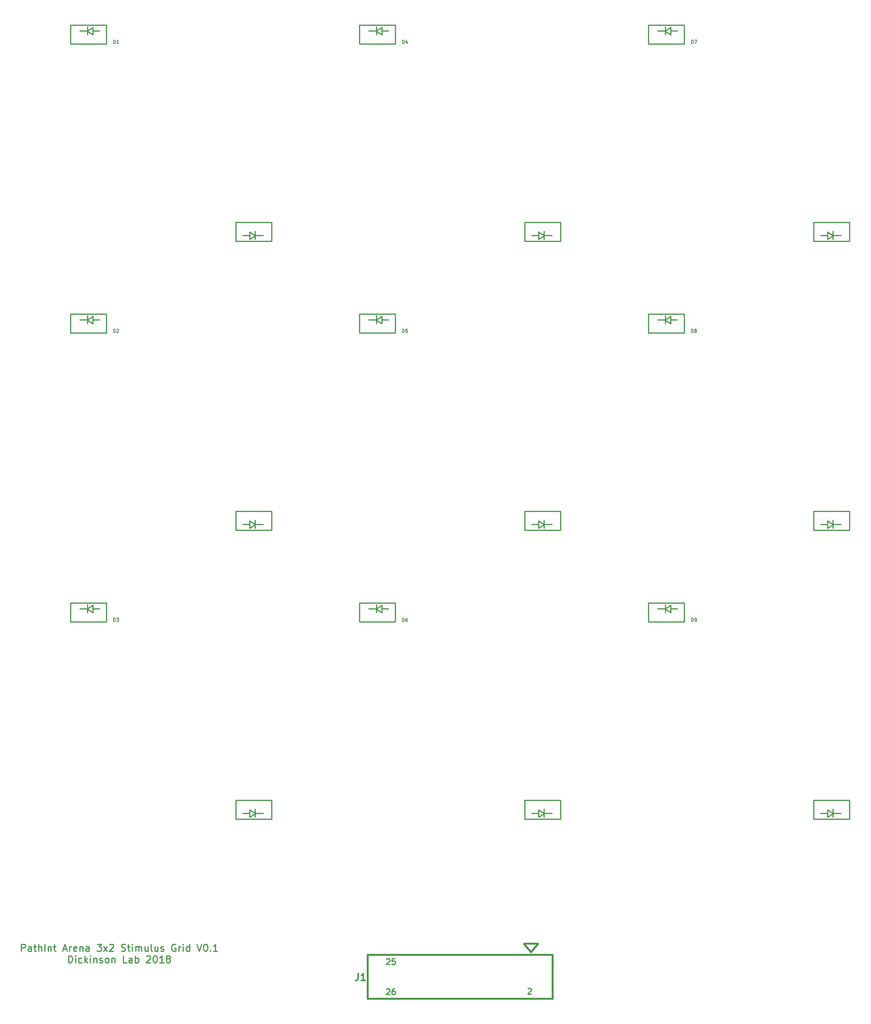
<source format=gbr>
G04 #@! TF.FileFunction,Legend,Top*
%FSLAX46Y46*%
G04 Gerber Fmt 4.6, Leading zero omitted, Abs format (unit mm)*
G04 Created by KiCad (PCBNEW 4.0.7-e2-6376~58~ubuntu16.04.1) date Wed Nov 28 15:41:44 2018*
%MOMM*%
%LPD*%
G01*
G04 APERTURE LIST*
%ADD10C,0.100000*%
%ADD11C,0.254000*%
%ADD12C,0.381000*%
%ADD13C,0.304800*%
%ADD14C,0.177800*%
G04 APERTURE END LIST*
D10*
D11*
X55952571Y-268659429D02*
X55952571Y-267135429D01*
X56533143Y-267135429D01*
X56678285Y-267208000D01*
X56750857Y-267280571D01*
X56823428Y-267425714D01*
X56823428Y-267643429D01*
X56750857Y-267788571D01*
X56678285Y-267861143D01*
X56533143Y-267933714D01*
X55952571Y-267933714D01*
X58129714Y-268659429D02*
X58129714Y-267861143D01*
X58057143Y-267716000D01*
X57912000Y-267643429D01*
X57621714Y-267643429D01*
X57476571Y-267716000D01*
X58129714Y-268586857D02*
X57984571Y-268659429D01*
X57621714Y-268659429D01*
X57476571Y-268586857D01*
X57404000Y-268441714D01*
X57404000Y-268296571D01*
X57476571Y-268151429D01*
X57621714Y-268078857D01*
X57984571Y-268078857D01*
X58129714Y-268006286D01*
X58637714Y-267643429D02*
X59218285Y-267643429D01*
X58855428Y-267135429D02*
X58855428Y-268441714D01*
X58928000Y-268586857D01*
X59073142Y-268659429D01*
X59218285Y-268659429D01*
X59726285Y-268659429D02*
X59726285Y-267135429D01*
X60379428Y-268659429D02*
X60379428Y-267861143D01*
X60306857Y-267716000D01*
X60161714Y-267643429D01*
X59943999Y-267643429D01*
X59798857Y-267716000D01*
X59726285Y-267788571D01*
X61105142Y-268659429D02*
X61105142Y-267135429D01*
X61830856Y-267643429D02*
X61830856Y-268659429D01*
X61830856Y-267788571D02*
X61903428Y-267716000D01*
X62048570Y-267643429D01*
X62266285Y-267643429D01*
X62411428Y-267716000D01*
X62483999Y-267861143D01*
X62483999Y-268659429D01*
X62991999Y-267643429D02*
X63572570Y-267643429D01*
X63209713Y-267135429D02*
X63209713Y-268441714D01*
X63282285Y-268586857D01*
X63427427Y-268659429D01*
X63572570Y-268659429D01*
X65169142Y-268224000D02*
X65894856Y-268224000D01*
X65023999Y-268659429D02*
X65531999Y-267135429D01*
X66039999Y-268659429D01*
X66547999Y-268659429D02*
X66547999Y-267643429D01*
X66547999Y-267933714D02*
X66620571Y-267788571D01*
X66693142Y-267716000D01*
X66838285Y-267643429D01*
X66983428Y-267643429D01*
X68072000Y-268586857D02*
X67926857Y-268659429D01*
X67636571Y-268659429D01*
X67491428Y-268586857D01*
X67418857Y-268441714D01*
X67418857Y-267861143D01*
X67491428Y-267716000D01*
X67636571Y-267643429D01*
X67926857Y-267643429D01*
X68072000Y-267716000D01*
X68144571Y-267861143D01*
X68144571Y-268006286D01*
X67418857Y-268151429D01*
X68797714Y-267643429D02*
X68797714Y-268659429D01*
X68797714Y-267788571D02*
X68870286Y-267716000D01*
X69015428Y-267643429D01*
X69233143Y-267643429D01*
X69378286Y-267716000D01*
X69450857Y-267861143D01*
X69450857Y-268659429D01*
X70829714Y-268659429D02*
X70829714Y-267861143D01*
X70757143Y-267716000D01*
X70612000Y-267643429D01*
X70321714Y-267643429D01*
X70176571Y-267716000D01*
X70829714Y-268586857D02*
X70684571Y-268659429D01*
X70321714Y-268659429D01*
X70176571Y-268586857D01*
X70104000Y-268441714D01*
X70104000Y-268296571D01*
X70176571Y-268151429D01*
X70321714Y-268078857D01*
X70684571Y-268078857D01*
X70829714Y-268006286D01*
X72571428Y-267135429D02*
X73514857Y-267135429D01*
X73006857Y-267716000D01*
X73224571Y-267716000D01*
X73369714Y-267788571D01*
X73442285Y-267861143D01*
X73514857Y-268006286D01*
X73514857Y-268369143D01*
X73442285Y-268514286D01*
X73369714Y-268586857D01*
X73224571Y-268659429D01*
X72789143Y-268659429D01*
X72644000Y-268586857D01*
X72571428Y-268514286D01*
X74022857Y-268659429D02*
X74821143Y-267643429D01*
X74022857Y-267643429D02*
X74821143Y-268659429D01*
X75329143Y-267280571D02*
X75401714Y-267208000D01*
X75546857Y-267135429D01*
X75909714Y-267135429D01*
X76054857Y-267208000D01*
X76127428Y-267280571D01*
X76200000Y-267425714D01*
X76200000Y-267570857D01*
X76127428Y-267788571D01*
X75256571Y-268659429D01*
X76200000Y-268659429D01*
X77941715Y-268586857D02*
X78159429Y-268659429D01*
X78522286Y-268659429D01*
X78667429Y-268586857D01*
X78740000Y-268514286D01*
X78812572Y-268369143D01*
X78812572Y-268224000D01*
X78740000Y-268078857D01*
X78667429Y-268006286D01*
X78522286Y-267933714D01*
X78232000Y-267861143D01*
X78086858Y-267788571D01*
X78014286Y-267716000D01*
X77941715Y-267570857D01*
X77941715Y-267425714D01*
X78014286Y-267280571D01*
X78086858Y-267208000D01*
X78232000Y-267135429D01*
X78594858Y-267135429D01*
X78812572Y-267208000D01*
X79248001Y-267643429D02*
X79828572Y-267643429D01*
X79465715Y-267135429D02*
X79465715Y-268441714D01*
X79538287Y-268586857D01*
X79683429Y-268659429D01*
X79828572Y-268659429D01*
X80336572Y-268659429D02*
X80336572Y-267643429D01*
X80336572Y-267135429D02*
X80264001Y-267208000D01*
X80336572Y-267280571D01*
X80409144Y-267208000D01*
X80336572Y-267135429D01*
X80336572Y-267280571D01*
X81062286Y-268659429D02*
X81062286Y-267643429D01*
X81062286Y-267788571D02*
X81134858Y-267716000D01*
X81280000Y-267643429D01*
X81497715Y-267643429D01*
X81642858Y-267716000D01*
X81715429Y-267861143D01*
X81715429Y-268659429D01*
X81715429Y-267861143D02*
X81788000Y-267716000D01*
X81933143Y-267643429D01*
X82150858Y-267643429D01*
X82296000Y-267716000D01*
X82368572Y-267861143D01*
X82368572Y-268659429D01*
X83747429Y-267643429D02*
X83747429Y-268659429D01*
X83094286Y-267643429D02*
X83094286Y-268441714D01*
X83166858Y-268586857D01*
X83312000Y-268659429D01*
X83529715Y-268659429D01*
X83674858Y-268586857D01*
X83747429Y-268514286D01*
X84690857Y-268659429D02*
X84545715Y-268586857D01*
X84473143Y-268441714D01*
X84473143Y-267135429D01*
X85924572Y-267643429D02*
X85924572Y-268659429D01*
X85271429Y-267643429D02*
X85271429Y-268441714D01*
X85344001Y-268586857D01*
X85489143Y-268659429D01*
X85706858Y-268659429D01*
X85852001Y-268586857D01*
X85924572Y-268514286D01*
X86577715Y-268586857D02*
X86722858Y-268659429D01*
X87013143Y-268659429D01*
X87158286Y-268586857D01*
X87230858Y-268441714D01*
X87230858Y-268369143D01*
X87158286Y-268224000D01*
X87013143Y-268151429D01*
X86795429Y-268151429D01*
X86650286Y-268078857D01*
X86577715Y-267933714D01*
X86577715Y-267861143D01*
X86650286Y-267716000D01*
X86795429Y-267643429D01*
X87013143Y-267643429D01*
X87158286Y-267716000D01*
X89843429Y-267208000D02*
X89698286Y-267135429D01*
X89480572Y-267135429D01*
X89262857Y-267208000D01*
X89117715Y-267353143D01*
X89045143Y-267498286D01*
X88972572Y-267788571D01*
X88972572Y-268006286D01*
X89045143Y-268296571D01*
X89117715Y-268441714D01*
X89262857Y-268586857D01*
X89480572Y-268659429D01*
X89625715Y-268659429D01*
X89843429Y-268586857D01*
X89916000Y-268514286D01*
X89916000Y-268006286D01*
X89625715Y-268006286D01*
X90569143Y-268659429D02*
X90569143Y-267643429D01*
X90569143Y-267933714D02*
X90641715Y-267788571D01*
X90714286Y-267716000D01*
X90859429Y-267643429D01*
X91004572Y-267643429D01*
X91512572Y-268659429D02*
X91512572Y-267643429D01*
X91512572Y-267135429D02*
X91440001Y-267208000D01*
X91512572Y-267280571D01*
X91585144Y-267208000D01*
X91512572Y-267135429D01*
X91512572Y-267280571D01*
X92891429Y-268659429D02*
X92891429Y-267135429D01*
X92891429Y-268586857D02*
X92746286Y-268659429D01*
X92456000Y-268659429D01*
X92310858Y-268586857D01*
X92238286Y-268514286D01*
X92165715Y-268369143D01*
X92165715Y-267933714D01*
X92238286Y-267788571D01*
X92310858Y-267716000D01*
X92456000Y-267643429D01*
X92746286Y-267643429D01*
X92891429Y-267716000D01*
X94560572Y-267135429D02*
X95068572Y-268659429D01*
X95576572Y-267135429D01*
X96374858Y-267135429D02*
X96520001Y-267135429D01*
X96665144Y-267208000D01*
X96737715Y-267280571D01*
X96810286Y-267425714D01*
X96882858Y-267716000D01*
X96882858Y-268078857D01*
X96810286Y-268369143D01*
X96737715Y-268514286D01*
X96665144Y-268586857D01*
X96520001Y-268659429D01*
X96374858Y-268659429D01*
X96229715Y-268586857D01*
X96157144Y-268514286D01*
X96084572Y-268369143D01*
X96012001Y-268078857D01*
X96012001Y-267716000D01*
X96084572Y-267425714D01*
X96157144Y-267280571D01*
X96229715Y-267208000D01*
X96374858Y-267135429D01*
X97536001Y-268514286D02*
X97608573Y-268586857D01*
X97536001Y-268659429D01*
X97463430Y-268586857D01*
X97536001Y-268514286D01*
X97536001Y-268659429D01*
X99060001Y-268659429D02*
X98189144Y-268659429D01*
X98624572Y-268659429D02*
X98624572Y-267135429D01*
X98479429Y-267353143D01*
X98334287Y-267498286D01*
X98189144Y-267570857D01*
X66330286Y-271199429D02*
X66330286Y-269675429D01*
X66693143Y-269675429D01*
X66910858Y-269748000D01*
X67056000Y-269893143D01*
X67128572Y-270038286D01*
X67201143Y-270328571D01*
X67201143Y-270546286D01*
X67128572Y-270836571D01*
X67056000Y-270981714D01*
X66910858Y-271126857D01*
X66693143Y-271199429D01*
X66330286Y-271199429D01*
X67854286Y-271199429D02*
X67854286Y-270183429D01*
X67854286Y-269675429D02*
X67781715Y-269748000D01*
X67854286Y-269820571D01*
X67926858Y-269748000D01*
X67854286Y-269675429D01*
X67854286Y-269820571D01*
X69233143Y-271126857D02*
X69088000Y-271199429D01*
X68797714Y-271199429D01*
X68652572Y-271126857D01*
X68580000Y-271054286D01*
X68507429Y-270909143D01*
X68507429Y-270473714D01*
X68580000Y-270328571D01*
X68652572Y-270256000D01*
X68797714Y-270183429D01*
X69088000Y-270183429D01*
X69233143Y-270256000D01*
X69886286Y-271199429D02*
X69886286Y-269675429D01*
X70031429Y-270618857D02*
X70466858Y-271199429D01*
X70466858Y-270183429D02*
X69886286Y-270764000D01*
X71120000Y-271199429D02*
X71120000Y-270183429D01*
X71120000Y-269675429D02*
X71047429Y-269748000D01*
X71120000Y-269820571D01*
X71192572Y-269748000D01*
X71120000Y-269675429D01*
X71120000Y-269820571D01*
X71845714Y-270183429D02*
X71845714Y-271199429D01*
X71845714Y-270328571D02*
X71918286Y-270256000D01*
X72063428Y-270183429D01*
X72281143Y-270183429D01*
X72426286Y-270256000D01*
X72498857Y-270401143D01*
X72498857Y-271199429D01*
X73152000Y-271126857D02*
X73297143Y-271199429D01*
X73587428Y-271199429D01*
X73732571Y-271126857D01*
X73805143Y-270981714D01*
X73805143Y-270909143D01*
X73732571Y-270764000D01*
X73587428Y-270691429D01*
X73369714Y-270691429D01*
X73224571Y-270618857D01*
X73152000Y-270473714D01*
X73152000Y-270401143D01*
X73224571Y-270256000D01*
X73369714Y-270183429D01*
X73587428Y-270183429D01*
X73732571Y-270256000D01*
X74675999Y-271199429D02*
X74530857Y-271126857D01*
X74458285Y-271054286D01*
X74385714Y-270909143D01*
X74385714Y-270473714D01*
X74458285Y-270328571D01*
X74530857Y-270256000D01*
X74675999Y-270183429D01*
X74893714Y-270183429D01*
X75038857Y-270256000D01*
X75111428Y-270328571D01*
X75183999Y-270473714D01*
X75183999Y-270909143D01*
X75111428Y-271054286D01*
X75038857Y-271126857D01*
X74893714Y-271199429D01*
X74675999Y-271199429D01*
X75837142Y-270183429D02*
X75837142Y-271199429D01*
X75837142Y-270328571D02*
X75909714Y-270256000D01*
X76054856Y-270183429D01*
X76272571Y-270183429D01*
X76417714Y-270256000D01*
X76490285Y-270401143D01*
X76490285Y-271199429D01*
X79102856Y-271199429D02*
X78377142Y-271199429D01*
X78377142Y-269675429D01*
X80263999Y-271199429D02*
X80263999Y-270401143D01*
X80191428Y-270256000D01*
X80046285Y-270183429D01*
X79755999Y-270183429D01*
X79610856Y-270256000D01*
X80263999Y-271126857D02*
X80118856Y-271199429D01*
X79755999Y-271199429D01*
X79610856Y-271126857D01*
X79538285Y-270981714D01*
X79538285Y-270836571D01*
X79610856Y-270691429D01*
X79755999Y-270618857D01*
X80118856Y-270618857D01*
X80263999Y-270546286D01*
X80989713Y-271199429D02*
X80989713Y-269675429D01*
X80989713Y-270256000D02*
X81134856Y-270183429D01*
X81425142Y-270183429D01*
X81570285Y-270256000D01*
X81642856Y-270328571D01*
X81715427Y-270473714D01*
X81715427Y-270909143D01*
X81642856Y-271054286D01*
X81570285Y-271126857D01*
X81425142Y-271199429D01*
X81134856Y-271199429D01*
X80989713Y-271126857D01*
X83457142Y-269820571D02*
X83529713Y-269748000D01*
X83674856Y-269675429D01*
X84037713Y-269675429D01*
X84182856Y-269748000D01*
X84255427Y-269820571D01*
X84327999Y-269965714D01*
X84327999Y-270110857D01*
X84255427Y-270328571D01*
X83384570Y-271199429D01*
X84327999Y-271199429D01*
X85271428Y-269675429D02*
X85416571Y-269675429D01*
X85561714Y-269748000D01*
X85634285Y-269820571D01*
X85706856Y-269965714D01*
X85779428Y-270256000D01*
X85779428Y-270618857D01*
X85706856Y-270909143D01*
X85634285Y-271054286D01*
X85561714Y-271126857D01*
X85416571Y-271199429D01*
X85271428Y-271199429D01*
X85126285Y-271126857D01*
X85053714Y-271054286D01*
X84981142Y-270909143D01*
X84908571Y-270618857D01*
X84908571Y-270256000D01*
X84981142Y-269965714D01*
X85053714Y-269820571D01*
X85126285Y-269748000D01*
X85271428Y-269675429D01*
X87230857Y-271199429D02*
X86360000Y-271199429D01*
X86795428Y-271199429D02*
X86795428Y-269675429D01*
X86650285Y-269893143D01*
X86505143Y-270038286D01*
X86360000Y-270110857D01*
X88101714Y-270328571D02*
X87956572Y-270256000D01*
X87884000Y-270183429D01*
X87811429Y-270038286D01*
X87811429Y-269965714D01*
X87884000Y-269820571D01*
X87956572Y-269748000D01*
X88101714Y-269675429D01*
X88392000Y-269675429D01*
X88537143Y-269748000D01*
X88609714Y-269820571D01*
X88682286Y-269965714D01*
X88682286Y-270038286D01*
X88609714Y-270183429D01*
X88537143Y-270256000D01*
X88392000Y-270328571D01*
X88101714Y-270328571D01*
X87956572Y-270401143D01*
X87884000Y-270473714D01*
X87811429Y-270618857D01*
X87811429Y-270909143D01*
X87884000Y-271054286D01*
X87956572Y-271126857D01*
X88101714Y-271199429D01*
X88392000Y-271199429D01*
X88537143Y-271126857D01*
X88609714Y-271054286D01*
X88682286Y-270909143D01*
X88682286Y-270618857D01*
X88609714Y-270473714D01*
X88537143Y-270401143D01*
X88392000Y-270328571D01*
D12*
X132080000Y-279146000D02*
X132080000Y-269494000D01*
X152400000Y-269494000D02*
X132080000Y-269494000D01*
X152400000Y-279146000D02*
X132080000Y-279146000D01*
X172720000Y-279146000D02*
X152400000Y-279146000D01*
X152400000Y-269494000D02*
X172720000Y-269494000D01*
X172720000Y-269494000D02*
X172720000Y-279146000D01*
X169461180Y-267020040D02*
X166458900Y-267020040D01*
X167924480Y-268831060D02*
X169448480Y-267053060D01*
X166400480Y-267055600D02*
X167924480Y-268833600D01*
D11*
X230124000Y-235521500D02*
X230124000Y-239649000D01*
X237998000Y-235521500D02*
X237998000Y-239649000D01*
X230124000Y-235521500D02*
X237998000Y-235521500D01*
X201676000Y-192151000D02*
X201676000Y-196278500D01*
X193802000Y-192151000D02*
X193802000Y-196278500D01*
X193802000Y-196278500D02*
X201676000Y-196278500D01*
X234315000Y-237490000D02*
X234315000Y-239268000D01*
X234315000Y-238379000D02*
X233108500Y-237617000D01*
X234315000Y-238442500D02*
X233108500Y-239204500D01*
X233108500Y-237680500D02*
X233108500Y-239141000D01*
X233108500Y-238379000D02*
X231648000Y-238379000D01*
X234442000Y-238379000D02*
X236093000Y-238379000D01*
X197421500Y-193421000D02*
X195770500Y-193421000D01*
X230124000Y-239649000D02*
X237998000Y-239649000D01*
X198691500Y-193421000D02*
X200152000Y-193421000D01*
X198691500Y-192722500D02*
X198691500Y-194183000D01*
X197485000Y-193484500D02*
X198691500Y-194246500D01*
X197485000Y-193421000D02*
X198691500Y-192659000D01*
X197485000Y-192532000D02*
X197485000Y-194310000D01*
X193802000Y-192151000D02*
X201676000Y-192151000D01*
X230124000Y-172021500D02*
X230124000Y-176149000D01*
X237998000Y-172021500D02*
X237998000Y-176149000D01*
X230124000Y-172021500D02*
X237998000Y-172021500D01*
X201676000Y-128651000D02*
X201676000Y-132778500D01*
X193802000Y-128651000D02*
X193802000Y-132778500D01*
X193802000Y-132778500D02*
X201676000Y-132778500D01*
X234315000Y-173990000D02*
X234315000Y-175768000D01*
X234315000Y-174879000D02*
X233108500Y-174117000D01*
X234315000Y-174942500D02*
X233108500Y-175704500D01*
X233108500Y-174180500D02*
X233108500Y-175641000D01*
X233108500Y-174879000D02*
X231648000Y-174879000D01*
X234442000Y-174879000D02*
X236093000Y-174879000D01*
X197421500Y-129921000D02*
X195770500Y-129921000D01*
X230124000Y-176149000D02*
X237998000Y-176149000D01*
X198691500Y-129921000D02*
X200152000Y-129921000D01*
X198691500Y-129222500D02*
X198691500Y-130683000D01*
X197485000Y-129984500D02*
X198691500Y-130746500D01*
X197485000Y-129921000D02*
X198691500Y-129159000D01*
X197485000Y-129032000D02*
X197485000Y-130810000D01*
X193802000Y-128651000D02*
X201676000Y-128651000D01*
X230124000Y-108521500D02*
X230124000Y-112649000D01*
X237998000Y-108521500D02*
X237998000Y-112649000D01*
X230124000Y-108521500D02*
X237998000Y-108521500D01*
X201676000Y-65151000D02*
X201676000Y-69278500D01*
X193802000Y-65151000D02*
X193802000Y-69278500D01*
X193802000Y-69278500D02*
X201676000Y-69278500D01*
X234315000Y-110490000D02*
X234315000Y-112268000D01*
X234315000Y-111379000D02*
X233108500Y-110617000D01*
X234315000Y-111442500D02*
X233108500Y-112204500D01*
X233108500Y-110680500D02*
X233108500Y-112141000D01*
X233108500Y-111379000D02*
X231648000Y-111379000D01*
X234442000Y-111379000D02*
X236093000Y-111379000D01*
X197421500Y-66421000D02*
X195770500Y-66421000D01*
X230124000Y-112649000D02*
X237998000Y-112649000D01*
X198691500Y-66421000D02*
X200152000Y-66421000D01*
X198691500Y-65722500D02*
X198691500Y-67183000D01*
X197485000Y-66484500D02*
X198691500Y-67246500D01*
X197485000Y-66421000D02*
X198691500Y-65659000D01*
X197485000Y-65532000D02*
X197485000Y-67310000D01*
X193802000Y-65151000D02*
X201676000Y-65151000D01*
X166624000Y-235521500D02*
X166624000Y-239649000D01*
X174498000Y-235521500D02*
X174498000Y-239649000D01*
X166624000Y-235521500D02*
X174498000Y-235521500D01*
X138176000Y-192151000D02*
X138176000Y-196278500D01*
X130302000Y-192151000D02*
X130302000Y-196278500D01*
X130302000Y-196278500D02*
X138176000Y-196278500D01*
X170815000Y-237490000D02*
X170815000Y-239268000D01*
X170815000Y-238379000D02*
X169608500Y-237617000D01*
X170815000Y-238442500D02*
X169608500Y-239204500D01*
X169608500Y-237680500D02*
X169608500Y-239141000D01*
X169608500Y-238379000D02*
X168148000Y-238379000D01*
X170942000Y-238379000D02*
X172593000Y-238379000D01*
X133921500Y-193421000D02*
X132270500Y-193421000D01*
X166624000Y-239649000D02*
X174498000Y-239649000D01*
X135191500Y-193421000D02*
X136652000Y-193421000D01*
X135191500Y-192722500D02*
X135191500Y-194183000D01*
X133985000Y-193484500D02*
X135191500Y-194246500D01*
X133985000Y-193421000D02*
X135191500Y-192659000D01*
X133985000Y-192532000D02*
X133985000Y-194310000D01*
X130302000Y-192151000D02*
X138176000Y-192151000D01*
X166624000Y-172021500D02*
X166624000Y-176149000D01*
X174498000Y-172021500D02*
X174498000Y-176149000D01*
X166624000Y-172021500D02*
X174498000Y-172021500D01*
X138176000Y-128651000D02*
X138176000Y-132778500D01*
X130302000Y-128651000D02*
X130302000Y-132778500D01*
X130302000Y-132778500D02*
X138176000Y-132778500D01*
X170815000Y-173990000D02*
X170815000Y-175768000D01*
X170815000Y-174879000D02*
X169608500Y-174117000D01*
X170815000Y-174942500D02*
X169608500Y-175704500D01*
X169608500Y-174180500D02*
X169608500Y-175641000D01*
X169608500Y-174879000D02*
X168148000Y-174879000D01*
X170942000Y-174879000D02*
X172593000Y-174879000D01*
X133921500Y-129921000D02*
X132270500Y-129921000D01*
X166624000Y-176149000D02*
X174498000Y-176149000D01*
X135191500Y-129921000D02*
X136652000Y-129921000D01*
X135191500Y-129222500D02*
X135191500Y-130683000D01*
X133985000Y-129984500D02*
X135191500Y-130746500D01*
X133985000Y-129921000D02*
X135191500Y-129159000D01*
X133985000Y-129032000D02*
X133985000Y-130810000D01*
X130302000Y-128651000D02*
X138176000Y-128651000D01*
X166624000Y-108521500D02*
X166624000Y-112649000D01*
X174498000Y-108521500D02*
X174498000Y-112649000D01*
X166624000Y-108521500D02*
X174498000Y-108521500D01*
X138176000Y-65151000D02*
X138176000Y-69278500D01*
X130302000Y-65151000D02*
X130302000Y-69278500D01*
X130302000Y-69278500D02*
X138176000Y-69278500D01*
X170815000Y-110490000D02*
X170815000Y-112268000D01*
X170815000Y-111379000D02*
X169608500Y-110617000D01*
X170815000Y-111442500D02*
X169608500Y-112204500D01*
X169608500Y-110680500D02*
X169608500Y-112141000D01*
X169608500Y-111379000D02*
X168148000Y-111379000D01*
X170942000Y-111379000D02*
X172593000Y-111379000D01*
X133921500Y-66421000D02*
X132270500Y-66421000D01*
X166624000Y-112649000D02*
X174498000Y-112649000D01*
X135191500Y-66421000D02*
X136652000Y-66421000D01*
X135191500Y-65722500D02*
X135191500Y-67183000D01*
X133985000Y-66484500D02*
X135191500Y-67246500D01*
X133985000Y-66421000D02*
X135191500Y-65659000D01*
X133985000Y-65532000D02*
X133985000Y-67310000D01*
X130302000Y-65151000D02*
X138176000Y-65151000D01*
X103124000Y-235521500D02*
X103124000Y-239649000D01*
X110998000Y-235521500D02*
X110998000Y-239649000D01*
X103124000Y-235521500D02*
X110998000Y-235521500D01*
X74676000Y-192151000D02*
X74676000Y-196278500D01*
X66802000Y-192151000D02*
X66802000Y-196278500D01*
X66802000Y-196278500D02*
X74676000Y-196278500D01*
X107315000Y-237490000D02*
X107315000Y-239268000D01*
X107315000Y-238379000D02*
X106108500Y-237617000D01*
X107315000Y-238442500D02*
X106108500Y-239204500D01*
X106108500Y-237680500D02*
X106108500Y-239141000D01*
X106108500Y-238379000D02*
X104648000Y-238379000D01*
X107442000Y-238379000D02*
X109093000Y-238379000D01*
X70421500Y-193421000D02*
X68770500Y-193421000D01*
X103124000Y-239649000D02*
X110998000Y-239649000D01*
X71691500Y-193421000D02*
X73152000Y-193421000D01*
X71691500Y-192722500D02*
X71691500Y-194183000D01*
X70485000Y-193484500D02*
X71691500Y-194246500D01*
X70485000Y-193421000D02*
X71691500Y-192659000D01*
X70485000Y-192532000D02*
X70485000Y-194310000D01*
X66802000Y-192151000D02*
X74676000Y-192151000D01*
X103124000Y-172021500D02*
X103124000Y-176149000D01*
X110998000Y-172021500D02*
X110998000Y-176149000D01*
X103124000Y-172021500D02*
X110998000Y-172021500D01*
X74676000Y-128651000D02*
X74676000Y-132778500D01*
X66802000Y-128651000D02*
X66802000Y-132778500D01*
X66802000Y-132778500D02*
X74676000Y-132778500D01*
X107315000Y-173990000D02*
X107315000Y-175768000D01*
X107315000Y-174879000D02*
X106108500Y-174117000D01*
X107315000Y-174942500D02*
X106108500Y-175704500D01*
X106108500Y-174180500D02*
X106108500Y-175641000D01*
X106108500Y-174879000D02*
X104648000Y-174879000D01*
X107442000Y-174879000D02*
X109093000Y-174879000D01*
X70421500Y-129921000D02*
X68770500Y-129921000D01*
X103124000Y-176149000D02*
X110998000Y-176149000D01*
X71691500Y-129921000D02*
X73152000Y-129921000D01*
X71691500Y-129222500D02*
X71691500Y-130683000D01*
X70485000Y-129984500D02*
X71691500Y-130746500D01*
X70485000Y-129921000D02*
X71691500Y-129159000D01*
X70485000Y-129032000D02*
X70485000Y-130810000D01*
X66802000Y-128651000D02*
X74676000Y-128651000D01*
X103124000Y-108521500D02*
X103124000Y-112649000D01*
X110998000Y-108521500D02*
X110998000Y-112649000D01*
X103124000Y-108521500D02*
X110998000Y-108521500D01*
X74676000Y-65151000D02*
X74676000Y-69278500D01*
X66802000Y-65151000D02*
X66802000Y-69278500D01*
X66802000Y-69278500D02*
X74676000Y-69278500D01*
X107315000Y-110490000D02*
X107315000Y-112268000D01*
X107315000Y-111379000D02*
X106108500Y-110617000D01*
X107315000Y-111442500D02*
X106108500Y-112204500D01*
X106108500Y-110680500D02*
X106108500Y-112141000D01*
X106108500Y-111379000D02*
X104648000Y-111379000D01*
X107442000Y-111379000D02*
X109093000Y-111379000D01*
X70421500Y-66421000D02*
X68770500Y-66421000D01*
X103124000Y-112649000D02*
X110998000Y-112649000D01*
X71691500Y-66421000D02*
X73152000Y-66421000D01*
X71691500Y-65722500D02*
X71691500Y-67183000D01*
X70485000Y-66484500D02*
X71691500Y-67246500D01*
X70485000Y-66421000D02*
X71691500Y-65659000D01*
X70485000Y-65532000D02*
X70485000Y-67310000D01*
X66802000Y-65151000D02*
X74676000Y-65151000D01*
D13*
X130022600Y-273561629D02*
X130022600Y-274650200D01*
X129950028Y-274867914D01*
X129804885Y-275013057D01*
X129587171Y-275085629D01*
X129442028Y-275085629D01*
X131546600Y-275085629D02*
X130675743Y-275085629D01*
X131111171Y-275085629D02*
X131111171Y-273561629D01*
X130966028Y-273779343D01*
X130820886Y-273924486D01*
X130675743Y-273997057D01*
D11*
X136192381Y-277047476D02*
X136252857Y-276987000D01*
X136373809Y-276926524D01*
X136676190Y-276926524D01*
X136797143Y-276987000D01*
X136857619Y-277047476D01*
X136918095Y-277168429D01*
X136918095Y-277289381D01*
X136857619Y-277470810D01*
X136131905Y-278196524D01*
X136918095Y-278196524D01*
X138006667Y-276926524D02*
X137764762Y-276926524D01*
X137643810Y-276987000D01*
X137583333Y-277047476D01*
X137462381Y-277228905D01*
X137401905Y-277470810D01*
X137401905Y-277954619D01*
X137462381Y-278075571D01*
X137522857Y-278136048D01*
X137643810Y-278196524D01*
X137885714Y-278196524D01*
X138006667Y-278136048D01*
X138067143Y-278075571D01*
X138127619Y-277954619D01*
X138127619Y-277652238D01*
X138067143Y-277531286D01*
X138006667Y-277470810D01*
X137885714Y-277410333D01*
X137643810Y-277410333D01*
X137522857Y-277470810D01*
X137462381Y-277531286D01*
X137401905Y-277652238D01*
X136192381Y-270443476D02*
X136252857Y-270383000D01*
X136373809Y-270322524D01*
X136676190Y-270322524D01*
X136797143Y-270383000D01*
X136857619Y-270443476D01*
X136918095Y-270564429D01*
X136918095Y-270685381D01*
X136857619Y-270866810D01*
X136131905Y-271592524D01*
X136918095Y-271592524D01*
X138067143Y-270322524D02*
X137462381Y-270322524D01*
X137401905Y-270927286D01*
X137462381Y-270866810D01*
X137583333Y-270806333D01*
X137885714Y-270806333D01*
X138006667Y-270866810D01*
X138067143Y-270927286D01*
X138127619Y-271048238D01*
X138127619Y-271350619D01*
X138067143Y-271471571D01*
X138006667Y-271532048D01*
X137885714Y-271592524D01*
X137583333Y-271592524D01*
X137462381Y-271532048D01*
X137401905Y-271471571D01*
X167297463Y-276945876D02*
X167357939Y-276885400D01*
X167478891Y-276824924D01*
X167781272Y-276824924D01*
X167902225Y-276885400D01*
X167962701Y-276945876D01*
X168023177Y-277066829D01*
X168023177Y-277187781D01*
X167962701Y-277369210D01*
X167236987Y-278094924D01*
X168023177Y-278094924D01*
D14*
X203209072Y-196242214D02*
X203209072Y-195480214D01*
X203390500Y-195480214D01*
X203499357Y-195516500D01*
X203571929Y-195589071D01*
X203608214Y-195661643D01*
X203644500Y-195806786D01*
X203644500Y-195915643D01*
X203608214Y-196060786D01*
X203571929Y-196133357D01*
X203499357Y-196205929D01*
X203390500Y-196242214D01*
X203209072Y-196242214D01*
X204007357Y-196242214D02*
X204152500Y-196242214D01*
X204225072Y-196205929D01*
X204261357Y-196169643D01*
X204333929Y-196060786D01*
X204370214Y-195915643D01*
X204370214Y-195625357D01*
X204333929Y-195552786D01*
X204297643Y-195516500D01*
X204225072Y-195480214D01*
X204079929Y-195480214D01*
X204007357Y-195516500D01*
X203971072Y-195552786D01*
X203934786Y-195625357D01*
X203934786Y-195806786D01*
X203971072Y-195879357D01*
X204007357Y-195915643D01*
X204079929Y-195951929D01*
X204225072Y-195951929D01*
X204297643Y-195915643D01*
X204333929Y-195879357D01*
X204370214Y-195806786D01*
X203209072Y-132742214D02*
X203209072Y-131980214D01*
X203390500Y-131980214D01*
X203499357Y-132016500D01*
X203571929Y-132089071D01*
X203608214Y-132161643D01*
X203644500Y-132306786D01*
X203644500Y-132415643D01*
X203608214Y-132560786D01*
X203571929Y-132633357D01*
X203499357Y-132705929D01*
X203390500Y-132742214D01*
X203209072Y-132742214D01*
X204079929Y-132306786D02*
X204007357Y-132270500D01*
X203971072Y-132234214D01*
X203934786Y-132161643D01*
X203934786Y-132125357D01*
X203971072Y-132052786D01*
X204007357Y-132016500D01*
X204079929Y-131980214D01*
X204225072Y-131980214D01*
X204297643Y-132016500D01*
X204333929Y-132052786D01*
X204370214Y-132125357D01*
X204370214Y-132161643D01*
X204333929Y-132234214D01*
X204297643Y-132270500D01*
X204225072Y-132306786D01*
X204079929Y-132306786D01*
X204007357Y-132343071D01*
X203971072Y-132379357D01*
X203934786Y-132451929D01*
X203934786Y-132597071D01*
X203971072Y-132669643D01*
X204007357Y-132705929D01*
X204079929Y-132742214D01*
X204225072Y-132742214D01*
X204297643Y-132705929D01*
X204333929Y-132669643D01*
X204370214Y-132597071D01*
X204370214Y-132451929D01*
X204333929Y-132379357D01*
X204297643Y-132343071D01*
X204225072Y-132306786D01*
X203209072Y-69242214D02*
X203209072Y-68480214D01*
X203390500Y-68480214D01*
X203499357Y-68516500D01*
X203571929Y-68589071D01*
X203608214Y-68661643D01*
X203644500Y-68806786D01*
X203644500Y-68915643D01*
X203608214Y-69060786D01*
X203571929Y-69133357D01*
X203499357Y-69205929D01*
X203390500Y-69242214D01*
X203209072Y-69242214D01*
X203898500Y-68480214D02*
X204406500Y-68480214D01*
X204079929Y-69242214D01*
X139709072Y-196242214D02*
X139709072Y-195480214D01*
X139890500Y-195480214D01*
X139999357Y-195516500D01*
X140071929Y-195589071D01*
X140108214Y-195661643D01*
X140144500Y-195806786D01*
X140144500Y-195915643D01*
X140108214Y-196060786D01*
X140071929Y-196133357D01*
X139999357Y-196205929D01*
X139890500Y-196242214D01*
X139709072Y-196242214D01*
X140797643Y-195480214D02*
X140652500Y-195480214D01*
X140579929Y-195516500D01*
X140543643Y-195552786D01*
X140471072Y-195661643D01*
X140434786Y-195806786D01*
X140434786Y-196097071D01*
X140471072Y-196169643D01*
X140507357Y-196205929D01*
X140579929Y-196242214D01*
X140725072Y-196242214D01*
X140797643Y-196205929D01*
X140833929Y-196169643D01*
X140870214Y-196097071D01*
X140870214Y-195915643D01*
X140833929Y-195843071D01*
X140797643Y-195806786D01*
X140725072Y-195770500D01*
X140579929Y-195770500D01*
X140507357Y-195806786D01*
X140471072Y-195843071D01*
X140434786Y-195915643D01*
X139709072Y-132742214D02*
X139709072Y-131980214D01*
X139890500Y-131980214D01*
X139999357Y-132016500D01*
X140071929Y-132089071D01*
X140108214Y-132161643D01*
X140144500Y-132306786D01*
X140144500Y-132415643D01*
X140108214Y-132560786D01*
X140071929Y-132633357D01*
X139999357Y-132705929D01*
X139890500Y-132742214D01*
X139709072Y-132742214D01*
X140833929Y-131980214D02*
X140471072Y-131980214D01*
X140434786Y-132343071D01*
X140471072Y-132306786D01*
X140543643Y-132270500D01*
X140725072Y-132270500D01*
X140797643Y-132306786D01*
X140833929Y-132343071D01*
X140870214Y-132415643D01*
X140870214Y-132597071D01*
X140833929Y-132669643D01*
X140797643Y-132705929D01*
X140725072Y-132742214D01*
X140543643Y-132742214D01*
X140471072Y-132705929D01*
X140434786Y-132669643D01*
X139709072Y-69242214D02*
X139709072Y-68480214D01*
X139890500Y-68480214D01*
X139999357Y-68516500D01*
X140071929Y-68589071D01*
X140108214Y-68661643D01*
X140144500Y-68806786D01*
X140144500Y-68915643D01*
X140108214Y-69060786D01*
X140071929Y-69133357D01*
X139999357Y-69205929D01*
X139890500Y-69242214D01*
X139709072Y-69242214D01*
X140797643Y-68734214D02*
X140797643Y-69242214D01*
X140616214Y-68443929D02*
X140434786Y-68988214D01*
X140906500Y-68988214D01*
X76209072Y-196242214D02*
X76209072Y-195480214D01*
X76390500Y-195480214D01*
X76499357Y-195516500D01*
X76571929Y-195589071D01*
X76608214Y-195661643D01*
X76644500Y-195806786D01*
X76644500Y-195915643D01*
X76608214Y-196060786D01*
X76571929Y-196133357D01*
X76499357Y-196205929D01*
X76390500Y-196242214D01*
X76209072Y-196242214D01*
X76898500Y-195480214D02*
X77370214Y-195480214D01*
X77116214Y-195770500D01*
X77225072Y-195770500D01*
X77297643Y-195806786D01*
X77333929Y-195843071D01*
X77370214Y-195915643D01*
X77370214Y-196097071D01*
X77333929Y-196169643D01*
X77297643Y-196205929D01*
X77225072Y-196242214D01*
X77007357Y-196242214D01*
X76934786Y-196205929D01*
X76898500Y-196169643D01*
X76209072Y-132742214D02*
X76209072Y-131980214D01*
X76390500Y-131980214D01*
X76499357Y-132016500D01*
X76571929Y-132089071D01*
X76608214Y-132161643D01*
X76644500Y-132306786D01*
X76644500Y-132415643D01*
X76608214Y-132560786D01*
X76571929Y-132633357D01*
X76499357Y-132705929D01*
X76390500Y-132742214D01*
X76209072Y-132742214D01*
X76934786Y-132052786D02*
X76971072Y-132016500D01*
X77043643Y-131980214D01*
X77225072Y-131980214D01*
X77297643Y-132016500D01*
X77333929Y-132052786D01*
X77370214Y-132125357D01*
X77370214Y-132197929D01*
X77333929Y-132306786D01*
X76898500Y-132742214D01*
X77370214Y-132742214D01*
X76209072Y-69242214D02*
X76209072Y-68480214D01*
X76390500Y-68480214D01*
X76499357Y-68516500D01*
X76571929Y-68589071D01*
X76608214Y-68661643D01*
X76644500Y-68806786D01*
X76644500Y-68915643D01*
X76608214Y-69060786D01*
X76571929Y-69133357D01*
X76499357Y-69205929D01*
X76390500Y-69242214D01*
X76209072Y-69242214D01*
X77370214Y-69242214D02*
X76934786Y-69242214D01*
X77152500Y-69242214D02*
X77152500Y-68480214D01*
X77079929Y-68589071D01*
X77007357Y-68661643D01*
X76934786Y-68697929D01*
M02*

</source>
